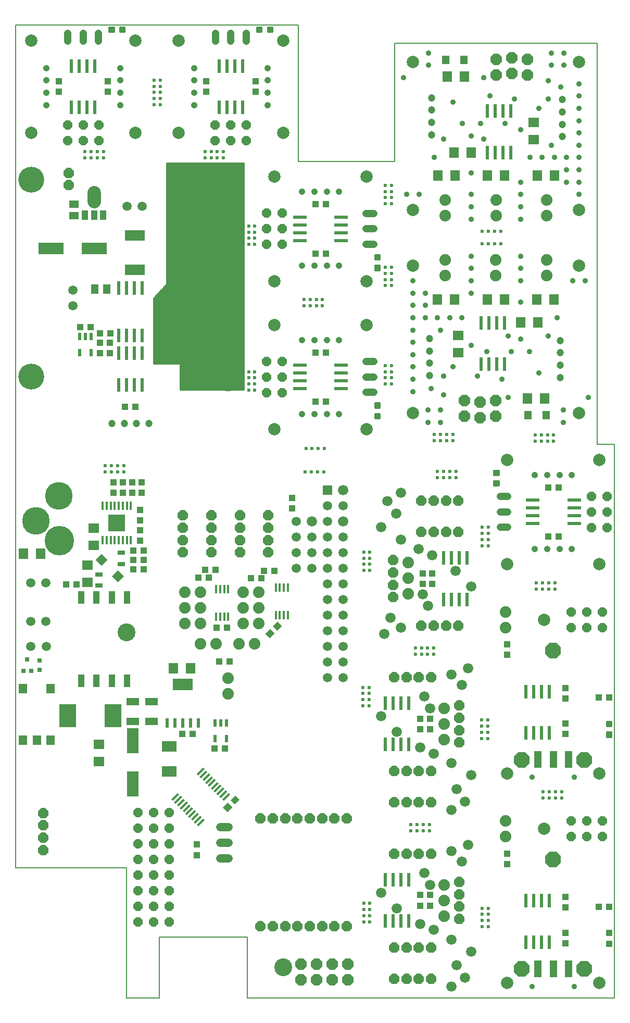
<source format=gts>
G75*
G70*
%OFA0B0*%
%FSLAX24Y24*%
%IPPOS*%
%LPD*%
%AMOC8*
5,1,8,0,0,1.08239X$1,22.5*
%
%ADD10C,0.0160*%
%ADD11C,0.0787*%
%ADD12C,0.0079*%
%ADD13C,0.0236*%
%ADD14R,0.0591X0.0591*%
%ADD15C,0.0660*%
%ADD16C,0.0591*%
%ADD17C,0.1142*%
%ADD18R,0.0140X0.0580*%
%ADD19R,0.1080X0.1080*%
%ADD20R,0.1102X0.1496*%
%ADD21R,0.0421X0.0819*%
%ADD22R,0.0580X0.0140*%
%ADD23R,0.0217X0.0472*%
%ADD24R,0.0240X0.0640*%
%ADD25R,0.1250X0.0730*%
%ADD26C,0.0540*%
%ADD27R,0.0433X0.0394*%
%ADD28R,0.0276X0.0276*%
%ADD29C,0.1890*%
%ADD30C,0.1770*%
%ADD31R,0.0630X0.0709*%
%ADD32R,0.0394X0.0433*%
%ADD33R,0.0472X0.0315*%
%ADD34R,0.0709X0.0630*%
%ADD35R,0.0551X0.0551*%
%ADD36R,0.0787X0.0472*%
%ADD37R,0.0315X0.0315*%
%ADD38R,0.0551X0.0630*%
%ADD39OC8,0.0600*%
%ADD40OC8,0.0660*%
%ADD41R,0.0945X0.0709*%
%ADD42R,0.0748X0.1634*%
%ADD43R,0.0177X0.0560*%
%ADD44OC8,0.0740*%
%ADD45C,0.0740*%
%ADD46R,0.0236X0.0866*%
%ADD47C,0.0472*%
%ADD48R,0.1260X0.0709*%
%ADD49R,0.0512X0.0591*%
%ADD50R,0.1634X0.0748*%
%ADD51C,0.0866*%
%ADD52R,0.0413X0.0620*%
%ADD53R,0.0591X0.0512*%
%ADD54R,0.0240X0.0870*%
%ADD55R,0.0870X0.0240*%
%ADD56C,0.0413*%
%ADD57C,0.0118*%
%ADD58C,0.0480*%
%ADD59OC8,0.1000*%
%ADD60C,0.0354*%
%ADD61R,0.0472X0.1102*%
%ADD62R,0.0472X0.0551*%
%ADD63C,0.1654*%
D10*
X012038Y042153D02*
X016024Y042153D01*
X016024Y056572D01*
X011152Y056572D01*
X011152Y048845D01*
X010316Y047960D01*
X010316Y043826D01*
X012038Y043826D01*
X012038Y042153D01*
X012038Y042249D02*
X016024Y042249D01*
X016024Y042408D02*
X012038Y042408D01*
X012038Y042566D02*
X016024Y042566D01*
X016024Y042725D02*
X012038Y042725D01*
X012038Y042883D02*
X016024Y042883D01*
X016024Y043042D02*
X012038Y043042D01*
X012038Y043200D02*
X016024Y043200D01*
X016024Y043359D02*
X012038Y043359D01*
X012038Y043517D02*
X016024Y043517D01*
X016024Y043676D02*
X012038Y043676D01*
X010316Y043834D02*
X016024Y043834D01*
X016024Y043993D02*
X010316Y043993D01*
X010316Y044151D02*
X016024Y044151D01*
X016024Y044310D02*
X010316Y044310D01*
X010316Y044468D02*
X016024Y044468D01*
X016024Y044627D02*
X010316Y044627D01*
X010316Y044785D02*
X016024Y044785D01*
X016024Y044944D02*
X010316Y044944D01*
X010316Y045102D02*
X016024Y045102D01*
X016024Y045261D02*
X010316Y045261D01*
X010316Y045419D02*
X016024Y045419D01*
X016024Y045578D02*
X010316Y045578D01*
X010316Y045736D02*
X016024Y045736D01*
X016024Y045895D02*
X010316Y045895D01*
X010316Y046053D02*
X016024Y046053D01*
X016024Y046212D02*
X010316Y046212D01*
X010316Y046370D02*
X016024Y046370D01*
X016024Y046529D02*
X010316Y046529D01*
X010316Y046687D02*
X016024Y046687D01*
X016024Y046846D02*
X010316Y046846D01*
X010316Y047004D02*
X016024Y047004D01*
X016024Y047163D02*
X010316Y047163D01*
X010316Y047321D02*
X016024Y047321D01*
X016024Y047480D02*
X010316Y047480D01*
X010316Y047638D02*
X016024Y047638D01*
X016024Y047797D02*
X010316Y047797D01*
X010316Y047955D02*
X016024Y047955D01*
X016024Y048114D02*
X010461Y048114D01*
X010611Y048272D02*
X016024Y048272D01*
X016024Y048431D02*
X010761Y048431D01*
X010910Y048589D02*
X016024Y048589D01*
X016024Y048748D02*
X011060Y048748D01*
X011152Y048906D02*
X016024Y048906D01*
X016024Y049065D02*
X011152Y049065D01*
X011152Y049223D02*
X016024Y049223D01*
X016024Y049382D02*
X011152Y049382D01*
X011152Y049540D02*
X016024Y049540D01*
X016024Y049699D02*
X011152Y049699D01*
X011152Y049857D02*
X016024Y049857D01*
X016024Y050016D02*
X011152Y050016D01*
X011152Y050174D02*
X016024Y050174D01*
X016024Y050333D02*
X011152Y050333D01*
X011152Y050491D02*
X016024Y050491D01*
X016024Y050650D02*
X011152Y050650D01*
X011152Y050808D02*
X016024Y050808D01*
X016024Y050967D02*
X011152Y050967D01*
X011152Y051125D02*
X016024Y051125D01*
X016024Y051284D02*
X011152Y051284D01*
X011152Y051442D02*
X016024Y051442D01*
X016024Y051601D02*
X011152Y051601D01*
X011152Y051759D02*
X016024Y051759D01*
X016024Y051918D02*
X011152Y051918D01*
X011152Y052076D02*
X016024Y052076D01*
X016024Y052235D02*
X011152Y052235D01*
X011152Y052393D02*
X016024Y052393D01*
X016024Y052552D02*
X011152Y052552D01*
X011152Y052710D02*
X016024Y052710D01*
X016024Y052869D02*
X011152Y052869D01*
X011152Y053027D02*
X016024Y053027D01*
X016024Y053186D02*
X011152Y053186D01*
X011152Y053344D02*
X016024Y053344D01*
X016024Y053503D02*
X011152Y053503D01*
X011152Y053661D02*
X016024Y053661D01*
X016024Y053820D02*
X011152Y053820D01*
X011152Y053978D02*
X016024Y053978D01*
X016024Y054137D02*
X011152Y054137D01*
X011152Y054295D02*
X016024Y054295D01*
X016024Y054454D02*
X011152Y054454D01*
X011152Y054612D02*
X016024Y054612D01*
X016024Y054771D02*
X011152Y054771D01*
X011152Y054929D02*
X016024Y054929D01*
X016024Y055088D02*
X011152Y055088D01*
X011152Y055246D02*
X016024Y055246D01*
X016024Y055405D02*
X011152Y055405D01*
X011152Y055563D02*
X016024Y055563D01*
X016024Y055722D02*
X011152Y055722D01*
X011152Y055880D02*
X016024Y055880D01*
X016024Y056039D02*
X011152Y056039D01*
X011152Y056197D02*
X016024Y056197D01*
X016024Y056356D02*
X011152Y056356D01*
X011152Y056514D02*
X016024Y056514D01*
D11*
X018032Y055747D03*
X018583Y058554D03*
X018583Y064460D03*
X023938Y055747D03*
X026894Y053617D03*
X026887Y050058D03*
X023938Y049054D03*
X023938Y046259D03*
X026887Y040609D03*
X023938Y039566D03*
X018032Y039566D03*
X018032Y046259D03*
X018032Y049054D03*
X011891Y058554D03*
X009135Y058554D03*
X009135Y064460D03*
X011891Y064460D03*
X002442Y064460D03*
X002442Y058554D03*
X026894Y063066D03*
X037524Y063066D03*
X037524Y053617D03*
X037517Y050058D03*
X037517Y040609D03*
X038835Y037625D03*
X038835Y030932D03*
X035276Y027389D03*
X032930Y030932D03*
X032930Y037625D03*
X032914Y017546D03*
X035276Y014003D03*
X038820Y017546D03*
X038820Y004160D03*
X032914Y004160D03*
D12*
X001457Y011523D02*
X001457Y065460D01*
X019568Y065460D01*
X019568Y056719D01*
X025709Y056719D01*
X025709Y064279D01*
X038702Y064279D01*
X038702Y038609D01*
X039804Y038609D01*
X039804Y003176D01*
X016300Y003176D01*
X016300Y007074D01*
X010670Y007074D01*
X010670Y003176D01*
X008544Y003176D01*
X008544Y011523D01*
X001457Y011523D01*
D13*
X007205Y036838D03*
X007205Y037231D03*
X007599Y037231D03*
X007599Y036838D03*
X007993Y036838D03*
X007993Y037231D03*
X008387Y037231D03*
X008387Y036838D03*
X016379Y042074D03*
X016772Y042074D03*
X016772Y042468D03*
X016772Y042861D03*
X016379Y042861D03*
X016379Y042468D03*
X016379Y043255D03*
X016772Y043255D03*
X019922Y047468D03*
X019922Y047861D03*
X020316Y047861D03*
X020709Y047861D03*
X020709Y047468D03*
X020316Y047468D03*
X021103Y047468D03*
X021103Y047861D03*
X025119Y048767D03*
X025119Y049160D03*
X025513Y049160D03*
X025513Y048767D03*
X025513Y049554D03*
X025513Y049948D03*
X025119Y049948D03*
X025119Y049554D03*
X025119Y054003D03*
X025513Y054003D03*
X025513Y054397D03*
X025513Y054790D03*
X025513Y055184D03*
X025119Y055184D03*
X025119Y054790D03*
X025119Y054397D03*
X031339Y052231D03*
X031733Y052231D03*
X032127Y052231D03*
X032520Y052231D03*
X032520Y051444D03*
X032127Y051444D03*
X031733Y051444D03*
X031339Y051444D03*
X025513Y043649D03*
X025513Y043255D03*
X025513Y042861D03*
X025513Y042468D03*
X025119Y042468D03*
X025119Y042861D03*
X025119Y043255D03*
X025119Y043649D03*
X028268Y039239D03*
X028268Y038845D03*
X028662Y038845D03*
X029056Y038845D03*
X029450Y038845D03*
X029450Y039239D03*
X029056Y039239D03*
X028662Y039239D03*
X028465Y036877D03*
X028465Y036483D03*
X028859Y036483D03*
X029253Y036483D03*
X029646Y036483D03*
X029646Y036877D03*
X029253Y036877D03*
X028859Y036877D03*
X031339Y033294D03*
X031339Y032901D03*
X031733Y032901D03*
X031733Y033294D03*
X031733Y032507D03*
X031339Y032507D03*
X031339Y032113D03*
X031733Y032113D03*
X034804Y029751D03*
X035198Y029751D03*
X035591Y029751D03*
X035591Y029357D03*
X035198Y029357D03*
X034804Y029357D03*
X035985Y029357D03*
X035985Y029751D03*
X031694Y020971D03*
X031694Y020578D03*
X031694Y020184D03*
X031694Y019790D03*
X031300Y019790D03*
X031300Y020184D03*
X031300Y020578D03*
X031300Y020971D03*
X028229Y025184D03*
X027835Y025184D03*
X027442Y025184D03*
X027442Y025578D03*
X027835Y025578D03*
X028229Y025578D03*
X027048Y025578D03*
X027048Y025184D03*
X024095Y023058D03*
X023702Y023058D03*
X023702Y022664D03*
X024095Y022664D03*
X024095Y022271D03*
X023702Y022271D03*
X023702Y021877D03*
X024095Y021877D03*
X026772Y014279D03*
X027166Y014279D03*
X027560Y014279D03*
X027954Y014279D03*
X027954Y013885D03*
X027560Y013885D03*
X027166Y013885D03*
X026772Y013885D03*
X024135Y009239D03*
X024135Y008845D03*
X024135Y008452D03*
X024135Y008058D03*
X023741Y008058D03*
X023741Y008452D03*
X023741Y008845D03*
X023741Y009239D03*
X031339Y008924D03*
X031339Y008531D03*
X031733Y008531D03*
X031733Y008924D03*
X031733Y008137D03*
X031339Y008137D03*
X031339Y007743D03*
X031733Y007743D03*
X035237Y015971D03*
X035631Y015971D03*
X036024Y015971D03*
X036418Y015971D03*
X036418Y016365D03*
X036024Y016365D03*
X035631Y016365D03*
X035237Y016365D03*
X024135Y030538D03*
X023741Y030538D03*
X023741Y030932D03*
X024135Y030932D03*
X024135Y031326D03*
X024135Y031719D03*
X023741Y031719D03*
X023741Y031326D03*
X021182Y036838D03*
X020788Y036838D03*
X020394Y036838D03*
X020001Y036838D03*
X020040Y038334D03*
X020434Y038334D03*
X020828Y038334D03*
X021221Y038334D03*
X016772Y051405D03*
X016772Y051798D03*
X016379Y051798D03*
X016379Y051405D03*
X016379Y052192D03*
X016772Y052192D03*
X016772Y052586D03*
X016379Y052586D03*
X014765Y056956D03*
X014765Y057349D03*
X014371Y057349D03*
X014371Y056956D03*
X013977Y056956D03*
X013977Y057349D03*
X013583Y057349D03*
X013583Y056956D03*
X010709Y060342D03*
X010709Y060735D03*
X010316Y060735D03*
X010316Y060342D03*
X010316Y061129D03*
X010709Y061129D03*
X010709Y061523D03*
X010316Y061523D03*
X010316Y061916D03*
X010709Y061916D03*
X007087Y057349D03*
X007087Y056956D03*
X006694Y056956D03*
X006694Y057349D03*
X006300Y057349D03*
X006300Y056956D03*
X005906Y056956D03*
X005906Y057349D03*
X034725Y039200D03*
X035119Y039200D03*
X035513Y039200D03*
X035906Y039200D03*
X035906Y038806D03*
X035513Y038806D03*
X035119Y038806D03*
X034725Y038806D03*
D14*
X021438Y035676D03*
D15*
X022438Y035676D03*
X022438Y033676D03*
X020438Y033676D03*
X024869Y033308D03*
X025263Y034983D03*
X025816Y034180D03*
X026119Y035521D03*
X026119Y032521D03*
X027263Y031914D03*
X028119Y031521D03*
X029619Y030521D03*
X030619Y029521D03*
X027869Y028271D03*
X027513Y029021D03*
X026119Y026861D03*
X025459Y027521D03*
X025066Y026468D03*
X027621Y022468D03*
X027977Y021718D03*
X029371Y023877D03*
X030030Y023218D03*
X030424Y024271D03*
X028227Y018824D03*
X027371Y019218D03*
X025871Y020218D03*
X024871Y021218D03*
X029371Y018218D03*
X029674Y016558D03*
X030227Y015755D03*
X029371Y015218D03*
X030424Y012979D03*
X030030Y011926D03*
X029371Y012586D03*
X027977Y010426D03*
X027621Y011176D03*
X025871Y008926D03*
X024871Y009926D03*
X027371Y007926D03*
X028227Y007532D03*
X029371Y006926D03*
X030621Y006139D03*
X029674Y005267D03*
X030227Y004464D03*
X029371Y003926D03*
X030621Y017430D03*
D16*
X022438Y023676D03*
X022438Y024676D03*
X022438Y025676D03*
X022438Y026676D03*
X022438Y027676D03*
X022438Y028676D03*
X022438Y029676D03*
X022438Y030676D03*
X022438Y031676D03*
X022438Y032676D03*
X021438Y032676D03*
X021438Y033676D03*
X021438Y034676D03*
X022438Y034676D03*
X020438Y032676D03*
X020438Y031676D03*
X020438Y030676D03*
X019438Y030676D03*
X019438Y031676D03*
X019438Y032676D03*
X019438Y033676D03*
X021438Y031676D03*
X021438Y030676D03*
X021438Y029676D03*
X021438Y028676D03*
X021438Y027676D03*
X021438Y026676D03*
X021438Y025676D03*
X021438Y024676D03*
X021438Y023676D03*
X005119Y047487D03*
X005119Y048471D03*
X008578Y053845D03*
X009562Y053845D03*
X003406Y029737D03*
X002422Y029737D03*
X002422Y027277D03*
X003406Y027277D03*
X003438Y025676D03*
X002438Y025676D03*
D17*
X008556Y026582D03*
X018599Y005137D03*
D18*
X008834Y032466D03*
X008574Y032466D03*
X008314Y032466D03*
X008064Y032466D03*
X007804Y032466D03*
X007554Y032466D03*
X007294Y032466D03*
X007034Y032466D03*
X007034Y034686D03*
X007294Y034686D03*
X007554Y034686D03*
X007804Y034686D03*
X008064Y034686D03*
X008314Y034686D03*
X008574Y034686D03*
X008834Y034686D03*
D19*
X007934Y033576D03*
D20*
X007704Y021229D03*
X004790Y021229D03*
D21*
X005654Y023481D03*
X006635Y023481D03*
X007615Y023481D03*
X008595Y023481D03*
X008595Y028820D03*
X007615Y028820D03*
X006635Y028820D03*
X005654Y028820D03*
D22*
G36*
X013050Y017522D02*
X013459Y017931D01*
X013558Y017832D01*
X013149Y017423D01*
X013050Y017522D01*
G37*
G36*
X013227Y017345D02*
X013636Y017754D01*
X013735Y017655D01*
X013326Y017246D01*
X013227Y017345D01*
G37*
G36*
X013411Y017161D02*
X013820Y017570D01*
X013919Y017471D01*
X013510Y017062D01*
X013411Y017161D01*
G37*
G36*
X013594Y016977D02*
X014003Y017386D01*
X014102Y017287D01*
X013693Y016878D01*
X013594Y016977D01*
G37*
G36*
X013771Y016800D02*
X014180Y017209D01*
X014279Y017110D01*
X013870Y016701D01*
X013771Y016800D01*
G37*
G36*
X013955Y016616D02*
X014364Y017025D01*
X014463Y016926D01*
X014054Y016517D01*
X013955Y016616D01*
G37*
G36*
X014132Y016440D02*
X014541Y016849D01*
X014640Y016750D01*
X014231Y016341D01*
X014132Y016440D01*
G37*
G36*
X014316Y016256D02*
X014725Y016665D01*
X014824Y016566D01*
X014415Y016157D01*
X014316Y016256D01*
G37*
G36*
X014499Y016072D02*
X014908Y016481D01*
X015007Y016382D01*
X014598Y015973D01*
X014499Y016072D01*
G37*
G36*
X014676Y015895D02*
X015085Y016304D01*
X015184Y016205D01*
X014775Y015796D01*
X014676Y015895D01*
G37*
G36*
X013050Y014269D02*
X013459Y014678D01*
X013558Y014579D01*
X013149Y014170D01*
X013050Y014269D01*
G37*
G36*
X012873Y014446D02*
X013282Y014855D01*
X013381Y014756D01*
X012972Y014347D01*
X012873Y014446D01*
G37*
G36*
X012689Y014629D02*
X013098Y015038D01*
X013197Y014939D01*
X012788Y014530D01*
X012689Y014629D01*
G37*
G36*
X012505Y014813D02*
X012914Y015222D01*
X013013Y015123D01*
X012604Y014714D01*
X012505Y014813D01*
G37*
G36*
X012329Y014990D02*
X012738Y015399D01*
X012837Y015300D01*
X012428Y014891D01*
X012329Y014990D01*
G37*
G36*
X012145Y015174D02*
X012554Y015583D01*
X012653Y015484D01*
X012244Y015075D01*
X012145Y015174D01*
G37*
G36*
X011968Y015351D02*
X012377Y015760D01*
X012476Y015661D01*
X012067Y015252D01*
X011968Y015351D01*
G37*
G36*
X011784Y015535D02*
X012193Y015944D01*
X012292Y015845D01*
X011883Y015436D01*
X011784Y015535D01*
G37*
G36*
X011600Y015718D02*
X012009Y016127D01*
X012108Y016028D01*
X011699Y015619D01*
X011600Y015718D01*
G37*
G36*
X011424Y015895D02*
X011833Y016304D01*
X011932Y016205D01*
X011523Y015796D01*
X011424Y015895D01*
G37*
D23*
X014217Y019769D03*
X014217Y020792D03*
X014591Y020792D03*
X014965Y020792D03*
X014965Y019769D03*
X006306Y044473D03*
X005558Y044473D03*
X005558Y045497D03*
X005932Y045497D03*
X006306Y045497D03*
D24*
X011168Y020782D03*
X011668Y020782D03*
X012168Y020782D03*
X012668Y020782D03*
X013168Y020782D03*
D25*
X012168Y023252D03*
D26*
X014554Y014103D02*
X015094Y014103D01*
X015094Y013103D02*
X014554Y013103D01*
X014554Y012103D02*
X015094Y012103D01*
D27*
G36*
X014738Y015364D02*
X015043Y015669D01*
X015322Y015390D01*
X015017Y015085D01*
X014738Y015364D01*
G37*
G36*
X015211Y015837D02*
X015516Y016142D01*
X015795Y015863D01*
X015490Y015558D01*
X015211Y015837D01*
G37*
X014863Y019156D03*
X014194Y019156D03*
X012796Y020092D03*
X012127Y020092D03*
X014501Y024716D03*
X015170Y024716D03*
X014983Y026885D03*
X014314Y026885D03*
X013815Y030061D03*
X013589Y030590D03*
X014258Y030590D03*
X013146Y030061D03*
X016521Y030041D03*
X017190Y030041D03*
X017357Y030520D03*
X018027Y030520D03*
G36*
X017920Y026963D02*
X018225Y027268D01*
X018504Y026989D01*
X018199Y026684D01*
X017920Y026963D01*
G37*
G36*
X017447Y026490D02*
X017752Y026795D01*
X018031Y026516D01*
X017726Y026211D01*
X017447Y026490D01*
G37*
X009646Y030623D03*
X009646Y031214D03*
X009646Y031804D03*
X008977Y031804D03*
X008977Y031214D03*
X008977Y030623D03*
X005365Y029639D03*
X004696Y029639D03*
X008455Y041021D03*
X009125Y041021D03*
X007534Y045727D03*
X006865Y045727D03*
X006261Y046107D03*
X005591Y046107D03*
X020650Y044487D03*
X021320Y044487D03*
X021320Y041338D03*
X020650Y041338D03*
X020650Y050826D03*
X021320Y050826D03*
X021320Y053975D03*
X020650Y053975D03*
X035548Y035853D03*
X036217Y035853D03*
X036217Y032704D03*
X035548Y032704D03*
X038784Y022397D03*
X039454Y022397D03*
X039454Y009011D03*
X038784Y009011D03*
D28*
X002454Y024107D03*
X001942Y024107D03*
X002198Y024836D03*
D29*
X004241Y032443D03*
X015040Y042940D03*
D30*
X004231Y035325D03*
X002760Y033694D03*
D31*
X003072Y031607D03*
X001969Y031607D03*
X011566Y024275D03*
X012668Y024275D03*
X028465Y047865D03*
X029568Y047865D03*
X031646Y047865D03*
X032749Y047865D03*
X033776Y046397D03*
X034879Y046397D03*
X034828Y047865D03*
X035930Y047865D03*
X035322Y041534D03*
X034219Y041534D03*
X034843Y055810D03*
X035946Y055810D03*
X032765Y055810D03*
X031662Y055810D03*
X030635Y057279D03*
X029532Y057279D03*
X029583Y055810D03*
X028481Y055810D03*
X029089Y062141D03*
X030192Y062141D03*
D32*
X016812Y061842D03*
X016812Y061172D03*
X013662Y061172D03*
X013662Y061842D03*
X007363Y061842D03*
X007363Y061172D03*
X004213Y061172D03*
X004213Y061842D03*
X006841Y045117D03*
X006841Y044448D03*
X007479Y044434D03*
X007479Y045103D03*
X007739Y036166D03*
X007739Y035497D03*
X008328Y035505D03*
X008918Y035505D03*
X008918Y036174D03*
X008328Y036174D03*
X009509Y036174D03*
X009509Y035505D03*
X009410Y034403D03*
X009410Y033733D03*
X009410Y033123D03*
X009410Y032454D03*
X019152Y034513D03*
X019152Y035182D03*
X027371Y021052D03*
X027371Y020383D03*
X027977Y020383D03*
X027977Y021052D03*
X032910Y025141D03*
X032910Y025810D03*
X036658Y023019D03*
X036658Y022349D03*
X036650Y020739D03*
X036650Y020070D03*
X032910Y012424D03*
X032910Y011755D03*
X036658Y009633D03*
X036658Y008964D03*
X036650Y007353D03*
X036650Y006684D03*
X027977Y009092D03*
X027977Y009761D03*
X027371Y009761D03*
X027371Y009092D03*
X027513Y029686D03*
X028119Y029686D03*
X028119Y030355D03*
X027513Y030355D03*
X013052Y012995D03*
X013052Y012326D03*
D33*
X006802Y029580D03*
X006802Y030288D03*
X008229Y030958D03*
X008229Y031666D03*
D34*
X006457Y032139D03*
X006457Y033241D03*
X006064Y030879D03*
X006064Y029777D03*
X006804Y019420D03*
X006804Y018318D03*
X029780Y044477D03*
X029780Y045580D03*
X034631Y058095D03*
X034631Y059198D03*
D35*
G36*
X008012Y029781D02*
X007624Y030169D01*
X008012Y030557D01*
X008400Y030169D01*
X008012Y029781D01*
G37*
G36*
X006954Y030839D02*
X006566Y031227D01*
X006954Y031615D01*
X007342Y031227D01*
X006954Y030839D01*
G37*
D36*
X008967Y022149D03*
X008967Y020889D03*
X010148Y020889D03*
X010148Y022149D03*
D37*
X002995Y024176D03*
X002995Y024767D03*
D38*
X003702Y022975D03*
X003702Y019668D03*
X002816Y019668D03*
X001930Y019668D03*
X001930Y022975D03*
D39*
X009288Y015029D03*
X009288Y014029D03*
X009288Y013029D03*
X009288Y012029D03*
X009288Y011029D03*
X009288Y010029D03*
X009288Y009029D03*
X009288Y008029D03*
X010288Y008029D03*
X010288Y009029D03*
X010288Y010029D03*
X010288Y011029D03*
X010288Y012029D03*
X010288Y013029D03*
X010288Y014029D03*
X010288Y015029D03*
X011288Y015029D03*
X011288Y014029D03*
X011288Y013029D03*
X011288Y012029D03*
X011288Y011029D03*
X011288Y010029D03*
X011288Y009029D03*
X011288Y008029D03*
X017532Y041912D03*
X017532Y042912D03*
X017532Y043912D03*
X018532Y043912D03*
X018532Y042912D03*
X018532Y041912D03*
X018532Y051401D03*
X018532Y052401D03*
X018532Y053401D03*
X017532Y053401D03*
X017532Y052401D03*
X017532Y051401D03*
X016237Y058054D03*
X015237Y058054D03*
X015237Y059054D03*
X016237Y059054D03*
X014237Y059054D03*
X014237Y058054D03*
X006788Y058054D03*
X005788Y058054D03*
X005788Y059054D03*
X006788Y059054D03*
X004788Y059054D03*
X004788Y058054D03*
X037032Y027889D03*
X037032Y026889D03*
X038032Y026889D03*
X038032Y027889D03*
X039032Y027889D03*
X039032Y026889D03*
X039335Y033279D03*
X039335Y034279D03*
X039335Y035279D03*
X038335Y035279D03*
X038335Y034279D03*
X038335Y033279D03*
X038032Y014503D03*
X037032Y014503D03*
X037032Y013503D03*
X038032Y013503D03*
X039032Y013503D03*
X039032Y014503D03*
D40*
X029871Y010607D03*
X029871Y009820D03*
X029871Y009032D03*
X029871Y008245D03*
X028052Y006426D03*
X027265Y006426D03*
X026477Y006426D03*
X025690Y006426D03*
X025690Y004426D03*
X026477Y004426D03*
X027265Y004426D03*
X028052Y004426D03*
X028052Y012426D03*
X027265Y012426D03*
X026477Y012426D03*
X025690Y012426D03*
X025690Y015718D03*
X026477Y015718D03*
X027265Y015718D03*
X028052Y015718D03*
X028052Y017718D03*
X027265Y017718D03*
X026477Y017718D03*
X025690Y017718D03*
X022648Y014678D03*
X021861Y014678D03*
X021074Y014678D03*
X020286Y014678D03*
X019499Y014678D03*
X018711Y014678D03*
X017924Y014678D03*
X017137Y014678D03*
X017137Y007788D03*
X017924Y007788D03*
X018711Y007788D03*
X019499Y007788D03*
X020286Y007788D03*
X021074Y007788D03*
X021861Y007788D03*
X022648Y007788D03*
X029871Y019536D03*
X029871Y020324D03*
X029871Y021111D03*
X029871Y021899D03*
X028052Y023718D03*
X027265Y023718D03*
X026477Y023718D03*
X025690Y023718D03*
X027438Y027021D03*
X028225Y027021D03*
X029013Y027021D03*
X029800Y027021D03*
X029800Y033021D03*
X029013Y033021D03*
X028225Y033021D03*
X027438Y033021D03*
X027438Y035021D03*
X028225Y035021D03*
X029013Y035021D03*
X029800Y035021D03*
X025619Y031202D03*
X025619Y030414D03*
X025619Y029627D03*
X025619Y028840D03*
X017629Y031706D03*
X017629Y032493D03*
X017629Y033281D03*
X017629Y034068D03*
X015808Y034068D03*
X015808Y033281D03*
X015808Y032493D03*
X015808Y031706D03*
X013987Y031706D03*
X013987Y032493D03*
X013987Y033281D03*
X013987Y034068D03*
X012166Y034068D03*
X012166Y033281D03*
X012166Y032493D03*
X012166Y031706D03*
X003209Y015023D03*
X003209Y014235D03*
X003209Y013448D03*
X003209Y012660D03*
X004853Y055194D03*
X004853Y055981D03*
D41*
X011280Y019265D03*
X011280Y017670D03*
D42*
X008967Y016893D03*
X008967Y019649D03*
D43*
X014300Y027589D03*
X014556Y027589D03*
X014812Y027589D03*
X015067Y027589D03*
X015067Y029329D03*
X014812Y029329D03*
X014552Y029329D03*
X014300Y029329D03*
X018117Y029428D03*
X018369Y029428D03*
X018629Y029428D03*
X018885Y029428D03*
X018885Y027688D03*
X018629Y027688D03*
X018373Y027688D03*
X018117Y027688D03*
D44*
X030198Y040418D03*
X030198Y041418D03*
X031198Y041318D03*
X031198Y040318D03*
X032198Y040418D03*
X032198Y041418D03*
X032213Y062257D03*
X032213Y063257D03*
X033213Y063357D03*
X033213Y062357D03*
X034213Y062257D03*
X034213Y063257D03*
X022721Y005336D03*
X022721Y004336D03*
X021721Y004336D03*
X021721Y005336D03*
X020721Y005336D03*
X020721Y004336D03*
X019721Y004336D03*
X019721Y005336D03*
D45*
X028898Y008414D03*
X028898Y009414D03*
X028898Y010414D03*
X032816Y013503D03*
X032816Y014503D03*
X028898Y019706D03*
X028898Y020706D03*
X028898Y021706D03*
X032816Y026889D03*
X032816Y027889D03*
X026591Y029032D03*
X026591Y030032D03*
X026591Y031032D03*
X017038Y029147D03*
X016038Y029147D03*
X016038Y028147D03*
X016038Y027147D03*
X017038Y027147D03*
X017038Y028147D03*
X016759Y025849D03*
X015759Y025849D03*
X014298Y025849D03*
X013298Y025849D03*
X013298Y027147D03*
X013298Y028147D03*
X013298Y029147D03*
X012298Y029147D03*
X012298Y028147D03*
X012298Y027147D03*
X015070Y023635D03*
X015070Y022635D03*
X028954Y049418D03*
X028954Y050418D03*
X028969Y053257D03*
X028969Y054257D03*
X032213Y054257D03*
X032213Y053257D03*
X032198Y050418D03*
X032198Y049418D03*
X035442Y049418D03*
X035442Y050418D03*
X035457Y053257D03*
X035457Y054257D03*
D46*
X009560Y048605D03*
X009060Y048605D03*
X008560Y048605D03*
X008060Y048605D03*
X008060Y045574D03*
X008560Y045574D03*
X009060Y045574D03*
X009560Y045574D03*
X009558Y044452D03*
X009058Y044452D03*
X008558Y044452D03*
X008058Y044452D03*
X008058Y042405D03*
X008558Y042405D03*
X009058Y042405D03*
X009558Y042405D03*
D47*
X009202Y039928D03*
X009989Y039928D03*
X008414Y039928D03*
X007627Y039928D03*
X027950Y043011D03*
X027950Y043798D03*
X027950Y044586D03*
X027950Y045373D03*
X036335Y045255D03*
X036335Y044468D03*
X036335Y043680D03*
X036335Y042893D03*
X036461Y058302D03*
X036461Y059090D03*
X036461Y059877D03*
X036461Y060664D03*
X028076Y060782D03*
X028076Y059995D03*
X028076Y059208D03*
X028076Y058420D03*
D48*
X009076Y051969D03*
X009076Y049765D03*
D49*
X007278Y048536D03*
X006530Y048536D03*
D50*
X006485Y051141D03*
X003729Y051141D03*
D51*
X006477Y054137D02*
X006477Y054727D01*
D52*
X006477Y053280D03*
X005887Y053280D03*
X007068Y053280D03*
D53*
X005198Y053245D03*
X005198Y053993D03*
D54*
X005038Y060177D03*
X005538Y060177D03*
X006038Y060177D03*
X006538Y060177D03*
X006538Y062827D03*
X006038Y062827D03*
X005538Y062827D03*
X005038Y062827D03*
X014487Y062827D03*
X014987Y062827D03*
X015487Y062827D03*
X015987Y062827D03*
X015987Y060177D03*
X015487Y060177D03*
X014987Y060177D03*
X014487Y060177D03*
X031251Y046392D03*
X031751Y046392D03*
X032251Y046392D03*
X032751Y046392D03*
X032751Y043742D03*
X032251Y043742D03*
X031751Y043742D03*
X031251Y043742D03*
X030369Y031341D03*
X029869Y031341D03*
X029369Y031341D03*
X028869Y031341D03*
X028869Y028691D03*
X029369Y028691D03*
X029869Y028691D03*
X030369Y028691D03*
X034137Y022782D03*
X034637Y022782D03*
X035137Y022782D03*
X035637Y022782D03*
X035637Y020132D03*
X035137Y020132D03*
X034637Y020132D03*
X034137Y020132D03*
X034137Y009396D03*
X034637Y009396D03*
X035137Y009396D03*
X035637Y009396D03*
X035637Y006746D03*
X035137Y006746D03*
X034637Y006746D03*
X034137Y006746D03*
X026621Y008106D03*
X026121Y008106D03*
X025621Y008106D03*
X025121Y008106D03*
X025121Y010756D03*
X025621Y010756D03*
X026121Y010756D03*
X026621Y010756D03*
X026621Y019398D03*
X026121Y019398D03*
X025621Y019398D03*
X025121Y019398D03*
X025121Y022048D03*
X025621Y022048D03*
X026121Y022048D03*
X026621Y022048D03*
X031660Y057283D03*
X032160Y057283D03*
X032660Y057283D03*
X033160Y057283D03*
X033160Y059933D03*
X032660Y059933D03*
X032160Y059933D03*
X031660Y059933D03*
D55*
X022305Y053151D03*
X022305Y052651D03*
X022305Y052151D03*
X022305Y051651D03*
X019655Y051651D03*
X019655Y052151D03*
X019655Y052651D03*
X019655Y053151D03*
X019655Y043662D03*
X019655Y043162D03*
X019655Y042662D03*
X019655Y042162D03*
X022305Y042162D03*
X022305Y042662D03*
X022305Y043162D03*
X022305Y043662D03*
X034563Y035029D03*
X034563Y034529D03*
X034563Y034029D03*
X034563Y033529D03*
X037213Y033529D03*
X037213Y034029D03*
X037213Y034529D03*
X037213Y035029D03*
D56*
X037064Y036641D03*
X036276Y036641D03*
X035489Y036641D03*
X034702Y036641D03*
X034702Y031916D03*
X035489Y031916D03*
X036276Y031916D03*
X037064Y031916D03*
X022166Y040550D03*
X021379Y040550D03*
X020591Y040550D03*
X019804Y040550D03*
X019804Y045275D03*
X020591Y045275D03*
X021379Y045275D03*
X022166Y045275D03*
X022166Y050038D03*
X021379Y050038D03*
X020591Y050038D03*
X019804Y050038D03*
X019804Y054763D03*
X020591Y054763D03*
X021379Y054763D03*
X022166Y054763D03*
X017599Y060326D03*
X017599Y061113D03*
X017599Y061901D03*
X017599Y062688D03*
X012875Y062688D03*
X012875Y061901D03*
X012875Y061113D03*
X012875Y060326D03*
X008150Y060326D03*
X008150Y061113D03*
X008150Y061901D03*
X008150Y062688D03*
X003426Y062688D03*
X003426Y061901D03*
X003426Y061113D03*
X003426Y060326D03*
D57*
X007746Y065011D02*
X007746Y065287D01*
X007746Y065011D02*
X007470Y065011D01*
X007470Y065287D01*
X007746Y065287D01*
X007746Y065128D02*
X007470Y065128D01*
X007470Y065245D02*
X007746Y065245D01*
X008437Y065287D02*
X008437Y065011D01*
X008161Y065011D01*
X008161Y065287D01*
X008437Y065287D01*
X008437Y065128D02*
X008161Y065128D01*
X008161Y065245D02*
X008437Y065245D01*
X017195Y065287D02*
X017195Y065011D01*
X016919Y065011D01*
X016919Y065287D01*
X017195Y065287D01*
X017195Y065128D02*
X016919Y065128D01*
X016919Y065245D02*
X017195Y065245D01*
X017886Y065287D02*
X017886Y065011D01*
X017610Y065011D01*
X017610Y065287D01*
X017886Y065287D01*
X017886Y065128D02*
X017610Y065128D01*
X017610Y065245D02*
X017886Y065245D01*
X024489Y050443D02*
X024765Y050443D01*
X024489Y050443D02*
X024489Y050719D01*
X024765Y050719D01*
X024765Y050443D01*
X024765Y050560D02*
X024489Y050560D01*
X024489Y050677D02*
X024765Y050677D01*
X024765Y049752D02*
X024489Y049752D01*
X024489Y050028D01*
X024765Y050028D01*
X024765Y049752D01*
X024765Y049869D02*
X024489Y049869D01*
X024489Y049986D02*
X024765Y049986D01*
X024765Y040954D02*
X024489Y040954D01*
X024489Y041230D01*
X024765Y041230D01*
X024765Y040954D01*
X024765Y041071D02*
X024489Y041071D01*
X024489Y041188D02*
X024765Y041188D01*
X024765Y040264D02*
X024489Y040264D01*
X024489Y040540D01*
X024765Y040540D01*
X024765Y040264D01*
X024765Y040381D02*
X024489Y040381D01*
X024489Y040498D02*
X024765Y040498D01*
X032103Y036927D02*
X032379Y036927D01*
X032379Y036651D01*
X032103Y036651D01*
X032103Y036927D01*
X032103Y036768D02*
X032379Y036768D01*
X032379Y036885D02*
X032103Y036885D01*
X032103Y036237D02*
X032379Y036237D01*
X032379Y035961D01*
X032103Y035961D01*
X032103Y036237D01*
X032103Y036078D02*
X032379Y036078D01*
X032379Y036195D02*
X032103Y036195D01*
X039319Y020580D02*
X039595Y020580D01*
X039319Y020580D02*
X039319Y020856D01*
X039595Y020856D01*
X039595Y020580D01*
X039595Y020697D02*
X039319Y020697D01*
X039319Y020814D02*
X039595Y020814D01*
X039595Y019890D02*
X039319Y019890D01*
X039319Y020166D01*
X039595Y020166D01*
X039595Y019890D01*
X039595Y020007D02*
X039319Y020007D01*
X039319Y020124D02*
X039595Y020124D01*
X039595Y007194D02*
X039319Y007194D01*
X039319Y007470D01*
X039595Y007470D01*
X039595Y007194D01*
X039595Y007311D02*
X039319Y007311D01*
X039319Y007428D02*
X039595Y007428D01*
X039595Y006504D02*
X039319Y006504D01*
X039319Y006780D01*
X039595Y006780D01*
X039595Y006504D01*
X039595Y006621D02*
X039319Y006621D01*
X039319Y006738D02*
X039595Y006738D01*
D58*
X032963Y033295D02*
X032483Y033295D01*
X032483Y034279D02*
X032963Y034279D01*
X032963Y035263D02*
X032483Y035263D01*
X024385Y041928D02*
X023905Y041928D01*
X023905Y042912D02*
X024385Y042912D01*
X024385Y043896D02*
X023905Y043896D01*
X023905Y051416D02*
X024385Y051416D01*
X024385Y052400D02*
X023905Y052400D01*
X023905Y053384D02*
X024385Y053384D01*
X016222Y064427D02*
X016222Y064907D01*
X015237Y064907D02*
X015237Y064427D01*
X014253Y064427D02*
X014253Y064907D01*
X006773Y064907D02*
X006773Y064427D01*
X005789Y064427D02*
X005789Y064907D01*
X004804Y064907D02*
X004804Y064427D01*
D59*
X033867Y018414D03*
X037867Y018414D03*
X035867Y012029D03*
X037867Y005029D03*
X033867Y005029D03*
X035867Y025414D03*
D60*
X034538Y017300D03*
X037215Y017300D03*
X037215Y003914D03*
X034538Y003914D03*
X036532Y040019D03*
X036532Y040806D03*
X038107Y041594D03*
X035548Y045531D03*
X036139Y046712D03*
X037123Y049074D03*
X037910Y049074D03*
X037524Y054601D03*
X037524Y055389D03*
X037524Y056176D03*
X036737Y056176D03*
X036737Y055389D03*
X036737Y056964D03*
X037524Y056964D03*
X037524Y057751D03*
X037524Y058538D03*
X037524Y059326D03*
X037524Y060113D03*
X037524Y060901D03*
X037524Y061688D03*
X036540Y062869D03*
X036540Y063656D03*
X035753Y063656D03*
X035753Y062869D03*
X035556Y061885D03*
X036343Y061491D03*
X035556Y060704D03*
X034965Y060113D03*
X033784Y058735D03*
X032800Y059129D03*
X033391Y060704D03*
X031816Y060901D03*
X031422Y062082D03*
X031225Y059129D03*
X030635Y058342D03*
X030044Y059129D03*
X029454Y060507D03*
X027879Y062869D03*
X027879Y063656D03*
X026304Y062082D03*
X028863Y058145D03*
X028272Y056964D03*
X027288Y054601D03*
X026501Y054601D03*
X026887Y049074D03*
X026887Y048286D03*
X026887Y047499D03*
X027674Y047499D03*
X027674Y048286D03*
X027674Y046712D03*
X028461Y046712D03*
X028658Y045924D03*
X029249Y046712D03*
X030036Y046712D03*
X030627Y044940D03*
X031611Y044546D03*
X031020Y042971D03*
X032595Y042775D03*
X032989Y041594D03*
X033186Y044546D03*
X033776Y045334D03*
X034367Y044546D03*
X034957Y043168D03*
X032989Y045531D03*
X033776Y047696D03*
X033776Y049074D03*
X033776Y049861D03*
X033776Y050649D03*
X033784Y053027D03*
X033784Y053814D03*
X033784Y054601D03*
X033784Y055389D03*
X034375Y056964D03*
X035162Y056964D03*
X035950Y056964D03*
X035753Y057751D03*
X031422Y058145D03*
X030635Y055979D03*
X030635Y054601D03*
X030635Y053814D03*
X030635Y053027D03*
X030627Y050649D03*
X030627Y049861D03*
X030627Y049074D03*
X030627Y048286D03*
X029446Y043562D03*
X028855Y042971D03*
X028068Y042184D03*
X028855Y041790D03*
X028658Y040806D03*
X028658Y040019D03*
X027871Y040019D03*
X027871Y040806D03*
X026887Y041987D03*
X026887Y042775D03*
X026887Y043562D03*
X026887Y044349D03*
X026887Y045137D03*
X026887Y045924D03*
X026887Y046712D03*
D61*
X034892Y018442D03*
X035877Y018442D03*
X036861Y018442D03*
X036861Y005056D03*
X035877Y005056D03*
X034892Y005056D03*
D62*
X035426Y040471D03*
X034245Y040471D03*
X030166Y063204D03*
X028985Y063204D03*
D63*
X015040Y055538D03*
X002442Y055538D03*
X002442Y042940D03*
M02*

</source>
